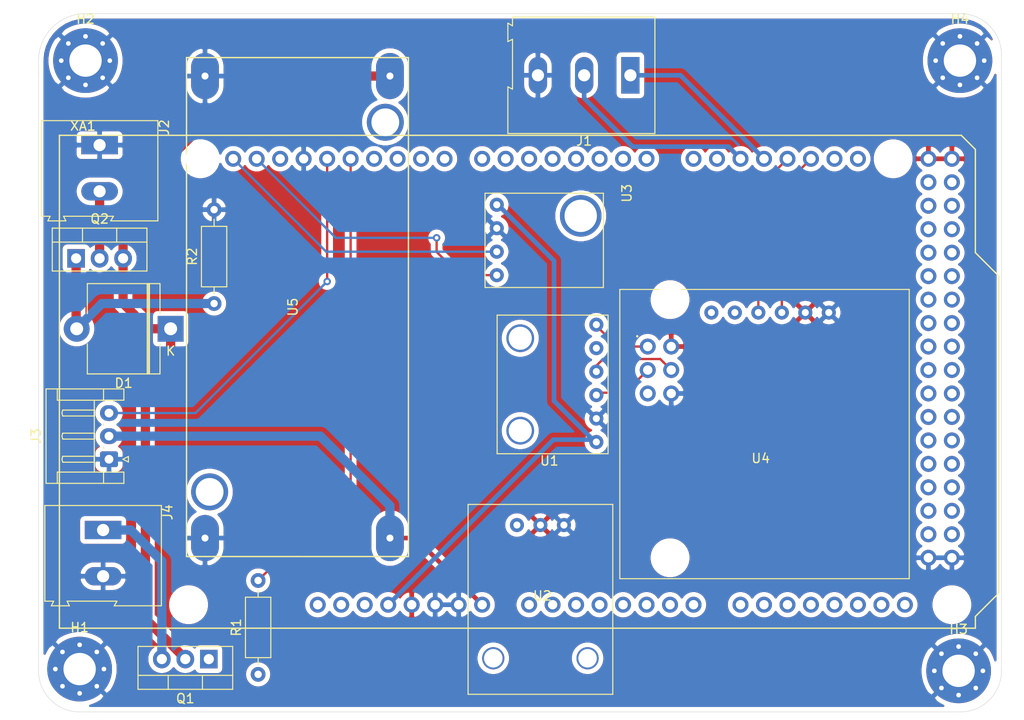
<source format=kicad_pcb>
(kicad_pcb (version 20171130) (host pcbnew 5.1.5+dfsg1-2build2)
  (layers (0 F.Cu signal) (31 B.Cu signal) (34 B.Paste user) (35 F.Paste user) (36 B.SilkS user) (37 F.SilkS user) (38 B.Mask user) (39 F.Mask user) (44 Edge.Cuts user))
  (net 0 "")
  (net 1 "Net-(D1-Pad2)")
  (net 2 +24V)
  (net 3 GND)
  (net 4 Communicaton_Card_RXD)
  (net 5 Communicaton_Card_TXD)
  (net 6 "Net-(J2-Pad2)")
  (net 7 Servo_Control)
  (net 8 +12V)
  (net 9 "Net-(J4-Pad1)")
  (net 10 Gas_Recovery_Data)
  (net 11 BME_MISO)
  (net 12 BME_CS)
  (net 13 BME_MOSI)
  (net 14 BME_SCK)
  (net 15 +3V3)
  (net 16 DS1820B_D)
  (net 17 +5V)
  (net 18 BMP_SDA)
  (net 19 BMP_SCL)
  (net 20 GPS_TXD)
  (net 21 GPS_RXD)
  (net 22 "Net-(U4-Pad2)")
  (net 23 "Net-(U4-Pad1)")
  (net 24 "Net-(XA1-PadD53)")
  (net 25 "Net-(XA1-PadD52)")
  (net 26 "Net-(XA1-PadD51)")
  (net 27 "Net-(XA1-PadD50)")
  (net 28 "Net-(XA1-PadD49)")
  (net 29 "Net-(XA1-PadD48)")
  (net 30 "Net-(XA1-PadD47)")
  (net 31 "Net-(XA1-PadD46)")
  (net 32 "Net-(XA1-PadD45)")
  (net 33 "Net-(XA1-PadD44)")
  (net 34 "Net-(XA1-PadD43)")
  (net 35 "Net-(XA1-PadD42)")
  (net 36 "Net-(XA1-PadD41)")
  (net 37 "Net-(XA1-PadD40)")
  (net 38 "Net-(XA1-PadD39)")
  (net 39 "Net-(XA1-PadD38)")
  (net 40 "Net-(XA1-PadD37)")
  (net 41 "Net-(XA1-PadD36)")
  (net 42 "Net-(XA1-PadD35)")
  (net 43 "Net-(XA1-PadD34)")
  (net 44 "Net-(XA1-PadD33)")
  (net 45 "Net-(XA1-PadD32)")
  (net 46 "Net-(XA1-PadD31)")
  (net 47 "Net-(XA1-PadD30)")
  (net 48 "Net-(XA1-PadD29)")
  (net 49 "Net-(XA1-PadD28)")
  (net 50 "Net-(XA1-PadD27)")
  (net 51 "Net-(XA1-PadD26)")
  (net 52 "Net-(XA1-PadD23)")
  (net 53 "Net-(XA1-PadD22)")
  (net 54 "Net-(XA1-PadA15)")
  (net 55 "Net-(XA1-PadA14)")
  (net 56 "Net-(XA1-PadA13)")
  (net 57 "Net-(XA1-PadA12)")
  (net 58 "Net-(XA1-PadA11)")
  (net 59 "Net-(XA1-PadA10)")
  (net 60 "Net-(XA1-PadA9)")
  (net 61 "Net-(XA1-PadA8)")
  (net 62 "Net-(XA1-PadA7)")
  (net 63 "Net-(XA1-PadA6)")
  (net 64 "Net-(XA1-PadA5)")
  (net 65 "Net-(XA1-PadA4)")
  (net 66 "Net-(XA1-PadA3)")
  (net 67 "Net-(XA1-PadA2)")
  (net 68 "Net-(XA1-PadA1)")
  (net 69 "Net-(XA1-PadD11)")
  (net 70 "Net-(XA1-PadAREF)")
  (net 71 "Net-(XA1-PadD10)")
  (net 72 "Net-(XA1-PadD9)")
  (net 73 "Net-(XA1-PadD8)")
  (net 74 "Net-(XA1-PadD7)")
  (net 75 "Net-(XA1-PadD6)")
  (net 76 "Net-(XA1-PadD5)")
  (net 77 "Net-(XA1-PadD4)")
  (net 78 "Net-(XA1-PadD3)")
  (net 79 "Net-(XA1-PadD2)")
  (net 80 "Net-(XA1-PadD1)")
  (net 81 "Net-(XA1-PadD0)")
  (net 82 "Net-(XA1-PadD14)")
  (net 83 "Net-(XA1-PadD15)")
  (net 84 "Net-(XA1-PadD20)")
  (net 85 "Net-(XA1-PadD21)")
  (net 86 "Net-(XA1-PadIORF)")
  (net 87 "Net-(XA1-PadRST1)")
  (net 88 "Net-(XA1-PadA0)")
  (net 89 "Net-(XA1-PadRST2)")
  (net 90 "Net-(Q1-Pad1)")
  (net 91 "Net-(XA1-PadD25)")
  (net 92 "Net-(XA1-PadD24)")
  (module Neo_M8N:Neo_M8N (layer F.Cu) (at 165.1 81.28)
    (fp_text reference U4 (at 0 0.5) (layer F.SilkS))
    (fp_text value NEO_M8N)
    (fp_line (start -15.24 13.52) (end 16.06 13.52) (layer F.SilkS) (width 0.12))
    (fp_line (start 16.06 -17.78) (end 16.06 13.52) (layer F.SilkS) (width 0.12))
    (fp_line (start -15.24 -17.78) (end 16.06 -17.78) (layer F.SilkS) (width 0.12))
    (fp_line (start -15.24 -17.78) (end -15.24 13.52) (layer F.SilkS) (width 0.12))
    (pad 6 thru_hole circle (at 7.36 -15.28) (size 1.524 1.524) (drill 0.762) (layers *.Cu *.Mask) (net 3 GND))
    (pad 5 thru_hole circle (at 4.82 -15.28) (size 1.524 1.524) (drill 0.762) (layers *.Cu *.Mask) (net 17 +5V))
    (pad 4 thru_hole circle (at 2.28 -15.28) (size 1.524 1.524) (drill 0.762) (layers *.Cu *.Mask) (net 20 GPS_TXD))
    (pad 3 thru_hole circle (at -0.26 -15.28) (size 1.524 1.524) (drill 0.762) (layers *.Cu *.Mask) (net 21 GPS_RXD))
    (pad 2 thru_hole circle (at -2.8 -15.28) (size 1.524 1.524) (drill 0.762) (layers *.Cu *.Mask) (net 22 "Net-(U4-Pad2)"))
    (pad 1 thru_hole circle (at -5.34 -15.28) (size 1.524 1.524) (drill 0.762) (layers *.Cu *.Mask) (net 23 "Net-(U4-Pad1)"))
  )
  (module BMP180:BMP180 (layer F.Cu) (at 148.082 55.626 270)
    (fp_text reference U3 (at -2.54 -2.54 90) (layer F.SilkS))
    (fp_text value BMP180)
    (fp_line (start 7.66 12.8) (end -2.54 12.8) (layer F.SilkS) (width 0.12))
    (fp_line (start 7.66 0) (end 7.66 12.8) (layer F.SilkS) (width 0.12))
    (fp_line (start -2.54 0) (end 7.66 0) (layer F.SilkS) (width 0.12))
    (fp_line (start -2.54 0) (end -2.54 12.8) (layer F.SilkS) (width 0.12))
    (pad "" np_thru_hole circle (at -0.09 2.45 270) (size 4.5 4.5) (drill 3.5) (layers *.Cu *.Mask))
    (pad 4 thru_hole circle (at 6.327 11.53 270) (size 1.524 1.524) (drill 0.762) (layers *.Cu *.Mask) (net 18 BMP_SDA))
    (pad 3 thru_hole circle (at 3.787 11.53 270) (size 1.524 1.524) (drill 0.762) (layers *.Cu *.Mask) (net 19 BMP_SCL))
    (pad 2 thru_hole circle (at 1.247 11.53 270) (size 1.524 1.524) (drill 0.762) (layers *.Cu *.Mask) (net 3 GND))
    (pad 1 thru_hole circle (at -1.293 11.53 270) (size 1.524 1.524) (drill 0.762) (layers *.Cu *.Mask) (net 15 +3V3))
  )
  (module BME280:BME280_3.3 (layer F.Cu) (at 142.24 73.66 180)
    (fp_text reference U1 (at 0 -8.39) (layer F.SilkS))
    (fp_text value BME280)
    (fp_line (start 5.65 7.38) (end 5.65 -7.62) (layer F.SilkS) (width 0.12))
    (fp_line (start -6.35 7.38) (end 5.65 7.38) (layer F.SilkS) (width 0.12))
    (fp_line (start -6.35 -7.62) (end -6.35 7.38) (layer F.SilkS) (width 0.12))
    (fp_line (start 5.65 -7.62) (end -6.35 -7.62) (layer F.SilkS) (width 0.12))
    (pad "" np_thru_hole circle (at 3.15 4.88 180) (size 3 3) (drill 2.5) (layers *.Cu *.Mask))
    (pad "" np_thru_hole circle (at 3.15 -5.12 180) (size 3 3) (drill 2.5) (layers *.Cu *.Mask))
    (pad 6 thru_hole circle (at -5.08 6.35 180) (size 1.524 1.524) (drill 0.762) (layers *.Cu *.Mask) (net 11 BME_MISO))
    (pad 5 thru_hole circle (at -5.08 3.81 180) (size 1.524 1.524) (drill 0.762) (layers *.Cu *.Mask) (net 12 BME_CS))
    (pad 4 thru_hole circle (at -5.08 1.27 180) (size 1.524 1.524) (drill 0.762) (layers *.Cu *.Mask) (net 13 BME_MOSI))
    (pad 3 thru_hole circle (at -5.08 -1.27 180) (size 1.524 1.524) (drill 0.762) (layers *.Cu *.Mask) (net 14 BME_SCK))
    (pad 2 thru_hole circle (at -5.08 -3.81 180) (size 1.524 1.524) (drill 0.762) (layers *.Cu *.Mask) (net 3 GND))
    (pad 1 thru_hole circle (at -5.08 -6.35 180) (size 1.524 1.524) (drill 0.762) (layers *.Cu *.Mask) (net 15 +3V3))
  )
  (module MountingHole:MountingHole_3.5mm_Pad_Via (layer F.Cu) (at 186.641155 38.735)
    (fp_text reference H4 (at 0 -4.5) (layer F.SilkS))
    (fp_text value MountingHole_Pad)
    (pad 1 thru_hole circle (at 1.856155 -1.856155) (size 0.8 0.8) (drill 0.5) (layers *.Cu *.Mask) (net 3 GND))
    (pad 1 thru_hole circle (at 0 -2.625) (size 0.8 0.8) (drill 0.5) (layers *.Cu *.Mask) (net 3 GND))
    (pad 1 thru_hole circle (at -1.856155 -1.856155) (size 0.8 0.8) (drill 0.5) (layers *.Cu *.Mask) (net 3 GND))
    (pad 1 thru_hole circle (at -2.625 0) (size 0.8 0.8) (drill 0.5) (layers *.Cu *.Mask) (net 3 GND))
    (pad 1 thru_hole circle (at -1.856155 1.856155) (size 0.8 0.8) (drill 0.5) (layers *.Cu *.Mask) (net 3 GND))
    (pad 1 thru_hole circle (at 0 2.625) (size 0.8 0.8) (drill 0.5) (layers *.Cu *.Mask) (net 3 GND))
    (pad 1 thru_hole circle (at 1.856155 1.856155) (size 0.8 0.8) (drill 0.5) (layers *.Cu *.Mask) (net 3 GND))
    (pad 1 thru_hole circle (at 2.625 0) (size 0.8 0.8) (drill 0.5) (layers *.Cu *.Mask) (net 3 GND))
    (pad 1 thru_hole circle (at 0 0) (size 7 7) (drill 3.5) (layers *.Cu *.Mask) (net 3 GND))
  )
  (module MountingHole:MountingHole_3.5mm_Pad_Via (layer F.Cu) (at 186.4995 104.775)
    (fp_text reference H3 (at 0 -4.5) (layer F.SilkS))
    (fp_text value MountingHole_Pad)
    (pad 1 thru_hole circle (at 1.856155 -1.856155) (size 0.8 0.8) (drill 0.5) (layers *.Cu *.Mask) (net 3 GND))
    (pad 1 thru_hole circle (at 0 -2.625) (size 0.8 0.8) (drill 0.5) (layers *.Cu *.Mask) (net 3 GND))
    (pad 1 thru_hole circle (at -1.856155 -1.856155) (size 0.8 0.8) (drill 0.5) (layers *.Cu *.Mask) (net 3 GND))
    (pad 1 thru_hole circle (at -2.625 0) (size 0.8 0.8) (drill 0.5) (layers *.Cu *.Mask) (net 3 GND))
    (pad 1 thru_hole circle (at -1.856155 1.856155) (size 0.8 0.8) (drill 0.5) (layers *.Cu *.Mask) (net 3 GND))
    (pad 1 thru_hole circle (at 0 2.625) (size 0.8 0.8) (drill 0.5) (layers *.Cu *.Mask) (net 3 GND))
    (pad 1 thru_hole circle (at 1.856155 1.856155) (size 0.8 0.8) (drill 0.5) (layers *.Cu *.Mask) (net 3 GND))
    (pad 1 thru_hole circle (at 2.625 0) (size 0.8 0.8) (drill 0.5) (layers *.Cu *.Mask) (net 3 GND))
    (pad 1 thru_hole circle (at 0 0) (size 7 7) (drill 3.5) (layers *.Cu *.Mask) (net 3 GND))
  )
  (module MountingHole:MountingHole_3.5mm_Pad_Via (layer F.Cu) (at 92.075 38.735)
    (fp_text reference H2 (at 0 -4.5) (layer F.SilkS))
    (fp_text value MountingHole_Pad)
    (pad 1 thru_hole circle (at 1.856155 -1.856155) (size 0.8 0.8) (drill 0.5) (layers *.Cu *.Mask) (net 3 GND))
    (pad 1 thru_hole circle (at 0 -2.625) (size 0.8 0.8) (drill 0.5) (layers *.Cu *.Mask) (net 3 GND))
    (pad 1 thru_hole circle (at -1.856155 -1.856155) (size 0.8 0.8) (drill 0.5) (layers *.Cu *.Mask) (net 3 GND))
    (pad 1 thru_hole circle (at -2.625 0) (size 0.8 0.8) (drill 0.5) (layers *.Cu *.Mask) (net 3 GND))
    (pad 1 thru_hole circle (at -1.856155 1.856155) (size 0.8 0.8) (drill 0.5) (layers *.Cu *.Mask) (net 3 GND))
    (pad 1 thru_hole circle (at 0 2.625) (size 0.8 0.8) (drill 0.5) (layers *.Cu *.Mask) (net 3 GND))
    (pad 1 thru_hole circle (at 1.856155 1.856155) (size 0.8 0.8) (drill 0.5) (layers *.Cu *.Mask) (net 3 GND))
    (pad 1 thru_hole circle (at 2.625 0) (size 0.8 0.8) (drill 0.5) (layers *.Cu *.Mask) (net 3 GND))
    (pad 1 thru_hole circle (at 0 0) (size 7 7) (drill 3.5) (layers *.Cu *.Mask) (net 3 GND))
  )
  (module MountingHole:MountingHole_3.5mm_Pad_Via (layer F.Cu) (at 91.44 104.5845)
    (fp_text reference H1 (at 0 -4.5) (layer F.SilkS))
    (fp_text value MountingHole_Pad)
    (pad 1 thru_hole circle (at 1.856155 -1.856155) (size 0.8 0.8) (drill 0.5) (layers *.Cu *.Mask) (net 3 GND))
    (pad 1 thru_hole circle (at 0 -2.625) (size 0.8 0.8) (drill 0.5) (layers *.Cu *.Mask) (net 3 GND))
    (pad 1 thru_hole circle (at -1.856155 -1.856155) (size 0.8 0.8) (drill 0.5) (layers *.Cu *.Mask) (net 3 GND))
    (pad 1 thru_hole circle (at -2.625 0) (size 0.8 0.8) (drill 0.5) (layers *.Cu *.Mask) (net 3 GND))
    (pad 1 thru_hole circle (at -1.856155 1.856155) (size 0.8 0.8) (drill 0.5) (layers *.Cu *.Mask) (net 3 GND))
    (pad 1 thru_hole circle (at 0 2.625) (size 0.8 0.8) (drill 0.5) (layers *.Cu *.Mask) (net 3 GND))
    (pad 1 thru_hole circle (at 1.856155 1.856155) (size 0.8 0.8) (drill 0.5) (layers *.Cu *.Mask) (net 3 GND))
    (pad 1 thru_hole circle (at 2.625 0) (size 0.8 0.8) (drill 0.5) (layers *.Cu *.Mask) (net 3 GND))
    (pad 1 thru_hole circle (at 0 0) (size 7 7) (drill 3.5) (layers *.Cu *.Mask) (net 3 GND))
  )
  (module Diode_THT:D_5KP_P10.16mm_Horizontal (layer F.Cu) (at 101.2825 67.7545 180)
    (fp_text reference D1 (at 5.08 -5.885) (layer F.SilkS))
    (fp_text value D_Zener)
    (fp_text user K (at 0 -2.4) (layer F.SilkS))
    (fp_line (start 2.293 -4.885) (end 2.293 4.885) (layer F.SilkS) (width 0.12))
    (fp_line (start 2.533 -4.885) (end 2.533 4.885) (layer F.SilkS) (width 0.12))
    (fp_line (start 2.413 -4.885) (end 2.413 4.885) (layer F.SilkS) (width 0.12))
    (fp_line (start 9.01 4.885) (end 9.01 1.64) (layer F.SilkS) (width 0.12))
    (fp_line (start 1.15 4.885) (end 9.01 4.885) (layer F.SilkS) (width 0.12))
    (fp_line (start 1.15 1.64) (end 1.15 4.885) (layer F.SilkS) (width 0.12))
    (fp_line (start 9.01 -4.885) (end 9.01 -1.64) (layer F.SilkS) (width 0.12))
    (fp_line (start 1.15 -4.885) (end 9.01 -4.885) (layer F.SilkS) (width 0.12))
    (fp_line (start 1.15 -1.64) (end 1.15 -4.885) (layer F.SilkS) (width 0.12))
    (pad 2 thru_hole oval (at 10.16 0 180) (size 2.8 2.8) (drill 1.4) (layers *.Cu *.Mask) (net 1 "Net-(D1-Pad2)"))
    (pad 1 thru_hole rect (at 0 0 180) (size 2.8 2.8) (drill 1.4) (layers *.Cu *.Mask) (net 2 +24V))
  )
  (module Resistor_THT:R_Axial_DIN0207_L6.3mm_D2.5mm_P10.16mm_Horizontal (layer F.Cu) (at 105.9815 65.024 90)
    (fp_text reference R2 (at 5.08 -2.37 90) (layer F.SilkS))
    (fp_text value 100k)
    (fp_line (start 9.12 0) (end 8.35 0) (layer F.SilkS) (width 0.12))
    (fp_line (start 1.04 0) (end 1.81 0) (layer F.SilkS) (width 0.12))
    (fp_line (start 8.35 -1.37) (end 1.81 -1.37) (layer F.SilkS) (width 0.12))
    (fp_line (start 8.35 1.37) (end 8.35 -1.37) (layer F.SilkS) (width 0.12))
    (fp_line (start 1.81 1.37) (end 8.35 1.37) (layer F.SilkS) (width 0.12))
    (fp_line (start 1.81 -1.37) (end 1.81 1.37) (layer F.SilkS) (width 0.12))
    (pad 2 thru_hole oval (at 10.16 0 90) (size 1.6 1.6) (drill 0.8) (layers *.Cu *.Mask) (net 3 GND))
    (pad 1 thru_hole circle (at 0 0 90) (size 1.6 1.6) (drill 0.8) (layers *.Cu *.Mask) (net 1 "Net-(D1-Pad2)"))
  )
  (module Resistor_THT:R_Axial_DIN0207_L6.3mm_D2.5mm_P10.16mm_Horizontal (layer F.Cu) (at 110.744 105.156 90)
    (fp_text reference R1 (at 5.08 -2.37 90) (layer F.SilkS))
    (fp_text value 10k)
    (fp_line (start 9.12 0) (end 8.35 0) (layer F.SilkS) (width 0.12))
    (fp_line (start 1.04 0) (end 1.81 0) (layer F.SilkS) (width 0.12))
    (fp_line (start 8.35 -1.37) (end 1.81 -1.37) (layer F.SilkS) (width 0.12))
    (fp_line (start 8.35 1.37) (end 8.35 -1.37) (layer F.SilkS) (width 0.12))
    (fp_line (start 1.81 1.37) (end 8.35 1.37) (layer F.SilkS) (width 0.12))
    (fp_line (start 1.81 -1.37) (end 1.81 1.37) (layer F.SilkS) (width 0.12))
    (pad 2 thru_hole oval (at 10.16 0 90) (size 1.6 1.6) (drill 0.8) (layers *.Cu *.Mask) (net 10 Gas_Recovery_Data))
    (pad 1 thru_hole circle (at 0 0 90) (size 1.6 1.6) (drill 0.8) (layers *.Cu *.Mask) (net 90 "Net-(Q1-Pad1)"))
  )
  (module Package_TO_SOT_THT:TO-220-3_Vertical (layer F.Cu) (at 105.41 103.505 180)
    (fp_text reference Q1 (at 2.54 -4.27) (layer F.SilkS))
    (fp_text value Rcovery_System_GAS)
    (fp_line (start 4.391 -3.27) (end 4.391 -1.76) (layer F.SilkS) (width 0.12))
    (fp_line (start 0.69 -3.27) (end 0.69 -1.76) (layer F.SilkS) (width 0.12))
    (fp_line (start -2.58 -1.76) (end 7.66 -1.76) (layer F.SilkS) (width 0.12))
    (fp_line (start 7.66 -3.27) (end 7.66 1.371) (layer F.SilkS) (width 0.12))
    (fp_line (start -2.58 -3.27) (end -2.58 1.371) (layer F.SilkS) (width 0.12))
    (fp_line (start -2.58 1.371) (end 7.66 1.371) (layer F.SilkS) (width 0.12))
    (fp_line (start -2.58 -3.27) (end 7.66 -3.27) (layer F.SilkS) (width 0.12))
    (pad 3 thru_hole oval (at 5.08 0 180) (size 1.905 2) (drill 1.1) (layers *.Cu *.Mask) (net 9 "Net-(J4-Pad1)"))
    (pad 2 thru_hole oval (at 2.54 0 180) (size 1.905 2) (drill 1.1) (layers *.Cu *.Mask) (net 2 +24V))
    (pad 1 thru_hole rect (at 0 0 180) (size 1.905 2) (drill 1.1) (layers *.Cu *.Mask) (net 90 "Net-(Q1-Pad1)"))
  )
  (module Arduino:Arduino_Mega2560_Shield (layer F.Cu) (at 89.252 100.159)
    (fp_text reference XA1 (at 2.54 -54.356) (layer F.SilkS))
    (fp_text value Arduino_Mega2560_Shield)
    (fp_line (start 0 -53.34) (end 97.536 -53.34) (layer F.SilkS) (width 0.15))
    (fp_line (start 0 0) (end 99.06 0) (layer F.SilkS) (width 0.15))
    (fp_line (start 97.536 -53.34) (end 99.06 -51.816) (layer F.SilkS) (width 0.15))
    (fp_line (start 99.06 0) (end 99.06 -1.27) (layer F.SilkS) (width 0.15))
    (fp_line (start 99.06 -1.27) (end 101.6 -3.81) (layer F.SilkS) (width 0.15))
    (fp_line (start 101.6 -3.81) (end 101.6 -38.1) (layer F.SilkS) (width 0.15))
    (fp_line (start 101.6 -38.1) (end 99.06 -40.64) (layer F.SilkS) (width 0.15))
    (fp_line (start 99.06 -40.64) (end 99.06 -51.816) (layer F.SilkS) (width 0.15))
    (fp_line (start 0 -53.34) (end 0 0) (layer F.SilkS) (width 0.15))
    (fp_text user . (at 62.484 -32.004) (layer F.SilkS))
    (pad MISO thru_hole oval (at 63.627 -30.48) (size 1.7272 1.7272) (drill 1.016) (layers *.Cu *.Mask) (net 11 BME_MISO))
    (pad GND6 thru_hole oval (at 96.52 -7.62) (size 1.7272 1.7272) (drill 1.016) (layers *.Cu *.Mask) (net 3 GND))
    (pad GND5 thru_hole oval (at 93.98 -7.62) (size 1.7272 1.7272) (drill 1.016) (layers *.Cu *.Mask) (net 3 GND))
    (pad D53 thru_hole oval (at 96.52 -10.16) (size 1.7272 1.7272) (drill 1.016) (layers *.Cu *.Mask) (net 24 "Net-(XA1-PadD53)"))
    (pad D52 thru_hole oval (at 93.98 -10.16) (size 1.7272 1.7272) (drill 1.016) (layers *.Cu *.Mask) (net 25 "Net-(XA1-PadD52)"))
    (pad D51 thru_hole oval (at 96.52 -12.7) (size 1.7272 1.7272) (drill 1.016) (layers *.Cu *.Mask) (net 26 "Net-(XA1-PadD51)"))
    (pad D50 thru_hole oval (at 93.98 -12.7) (size 1.7272 1.7272) (drill 1.016) (layers *.Cu *.Mask) (net 27 "Net-(XA1-PadD50)"))
    (pad D49 thru_hole oval (at 96.52 -15.24) (size 1.7272 1.7272) (drill 1.016) (layers *.Cu *.Mask) (net 28 "Net-(XA1-PadD49)"))
    (pad D48 thru_hole oval (at 93.98 -15.24) (size 1.7272 1.7272) (drill 1.016) (layers *.Cu *.Mask) (net 29 "Net-(XA1-PadD48)"))
    (pad D47 thru_hole oval (at 96.52 -17.78) (size 1.7272 1.7272) (drill 1.016) (layers *.Cu *.Mask) (net 30 "Net-(XA1-PadD47)"))
    (pad D46 thru_hole oval (at 93.98 -17.78) (size 1.7272 1.7272) (drill 1.016) (layers *.Cu *.Mask) (net 31 "Net-(XA1-PadD46)"))
    (pad D45 thru_hole oval (at 96.52 -20.32) (size 1.7272 1.7272) (drill 1.016) (layers *.Cu *.Mask) (net 32 "Net-(XA1-PadD45)"))
    (pad D44 thru_hole oval (at 93.98 -20.32) (size 1.7272 1.7272) (drill 1.016) (layers *.Cu *.Mask) (net 33 "Net-(XA1-PadD44)"))
    (pad D43 thru_hole oval (at 96.52 -22.86) (size 1.7272 1.7272) (drill 1.016) (layers *.Cu *.Mask) (net 34 "Net-(XA1-PadD43)"))
    (pad D42 thru_hole oval (at 93.98 -22.86) (size 1.7272 1.7272) (drill 1.016) (layers *.Cu *.Mask) (net 35 "Net-(XA1-PadD42)"))
    (pad D41 thru_hole oval (at 96.52 -25.4) (size 1.7272 1.7272) (drill 1.016) (layers *.Cu *.Mask) (net 36 "Net-(XA1-PadD41)"))
    (pad D40 thru_hole oval (at 93.98 -25.4) (size 1.7272 1.7272) (drill 1.016) (layers *.Cu *.Mask) (net 37 "Net-(XA1-PadD40)"))
    (pad D39 thru_hole oval (at 96.52 -27.94) (size 1.7272 1.7272) (drill 1.016) (layers *.Cu *.Mask) (net 38 "Net-(XA1-PadD39)"))
    (pad D38 thru_hole oval (at 93.98 -27.94) (size 1.7272 1.7272) (drill 1.016) (layers *.Cu *.Mask) (net 39 "Net-(XA1-PadD38)"))
    (pad D37 thru_hole oval (at 96.52 -30.48) (size 1.7272 1.7272) (drill 1.016) (layers *.Cu *.Mask) (net 40 "Net-(XA1-PadD37)"))
    (pad D36 thru_hole oval (at 93.98 -30.48) (size 1.7272 1.7272) (drill 1.016) (layers *.Cu *.Mask) (net 41 "Net-(XA1-PadD36)"))
    (pad D35 thru_hole oval (at 96.52 -33.02) (size 1.7272 1.7272) (drill 1.016) (layers *.Cu *.Mask) (net 42 "Net-(XA1-PadD35)"))
    (pad D34 thru_hole oval (at 93.98 -33.02) (size 1.7272 1.7272) (drill 1.016) (layers *.Cu *.Mask) (net 43 "Net-(XA1-PadD34)"))
    (pad D33 thru_hole oval (at 96.52 -35.56) (size 1.7272 1.7272) (drill 1.016) (layers *.Cu *.Mask) (net 44 "Net-(XA1-PadD33)"))
    (pad D32 thru_hole oval (at 93.98 -35.56) (size 1.7272 1.7272) (drill 1.016) (layers *.Cu *.Mask) (net 45 "Net-(XA1-PadD32)"))
    (pad D31 thru_hole oval (at 96.52 -38.1) (size 1.7272 1.7272) (drill 1.016) (layers *.Cu *.Mask) (net 46 "Net-(XA1-PadD31)"))
    (pad D30 thru_hole oval (at 93.98 -38.1) (size 1.7272 1.7272) (drill 1.016) (layers *.Cu *.Mask) (net 47 "Net-(XA1-PadD30)"))
    (pad D29 thru_hole oval (at 96.52 -40.64) (size 1.7272 1.7272) (drill 1.016) (layers *.Cu *.Mask) (net 48 "Net-(XA1-PadD29)"))
    (pad D28 thru_hole oval (at 93.98 -40.64) (size 1.7272 1.7272) (drill 1.016) (layers *.Cu *.Mask) (net 49 "Net-(XA1-PadD28)"))
    (pad D27 thru_hole oval (at 96.52 -43.18) (size 1.7272 1.7272) (drill 1.016) (layers *.Cu *.Mask) (net 50 "Net-(XA1-PadD27)"))
    (pad D26 thru_hole oval (at 93.98 -43.18) (size 1.7272 1.7272) (drill 1.016) (layers *.Cu *.Mask) (net 51 "Net-(XA1-PadD26)"))
    (pad D25 thru_hole oval (at 96.52 -45.72) (size 1.7272 1.7272) (drill 1.016) (layers *.Cu *.Mask) (net 91 "Net-(XA1-PadD25)"))
    (pad D24 thru_hole oval (at 93.98 -45.72) (size 1.7272 1.7272) (drill 1.016) (layers *.Cu *.Mask) (net 92 "Net-(XA1-PadD24)"))
    (pad D23 thru_hole oval (at 96.52 -48.26) (size 1.7272 1.7272) (drill 1.016) (layers *.Cu *.Mask) (net 52 "Net-(XA1-PadD23)"))
    (pad D22 thru_hole oval (at 93.98 -48.26) (size 1.7272 1.7272) (drill 1.016) (layers *.Cu *.Mask) (net 53 "Net-(XA1-PadD22)"))
    (pad 5V4 thru_hole oval (at 96.52 -50.8) (size 1.7272 1.7272) (drill 1.016) (layers *.Cu *.Mask) (net 17 +5V))
    (pad 5V3 thru_hole oval (at 93.98 -50.8) (size 1.7272 1.7272) (drill 1.016) (layers *.Cu *.Mask) (net 17 +5V))
    (pad A15 thru_hole oval (at 91.44 -2.54) (size 1.7272 1.7272) (drill 1.016) (layers *.Cu *.Mask) (net 54 "Net-(XA1-PadA15)"))
    (pad A14 thru_hole oval (at 88.9 -2.54) (size 1.7272 1.7272) (drill 1.016) (layers *.Cu *.Mask) (net 55 "Net-(XA1-PadA14)"))
    (pad A13 thru_hole oval (at 86.36 -2.54) (size 1.7272 1.7272) (drill 1.016) (layers *.Cu *.Mask) (net 56 "Net-(XA1-PadA13)"))
    (pad A12 thru_hole oval (at 83.82 -2.54) (size 1.7272 1.7272) (drill 1.016) (layers *.Cu *.Mask) (net 57 "Net-(XA1-PadA12)"))
    (pad A11 thru_hole oval (at 81.28 -2.54) (size 1.7272 1.7272) (drill 1.016) (layers *.Cu *.Mask) (net 58 "Net-(XA1-PadA11)"))
    (pad A10 thru_hole oval (at 78.74 -2.54) (size 1.7272 1.7272) (drill 1.016) (layers *.Cu *.Mask) (net 59 "Net-(XA1-PadA10)"))
    (pad A9 thru_hole oval (at 76.2 -2.54) (size 1.7272 1.7272) (drill 1.016) (layers *.Cu *.Mask) (net 60 "Net-(XA1-PadA9)"))
    (pad A8 thru_hole oval (at 73.66 -2.54) (size 1.7272 1.7272) (drill 1.016) (layers *.Cu *.Mask) (net 61 "Net-(XA1-PadA8)"))
    (pad A7 thru_hole oval (at 68.58 -2.54) (size 1.7272 1.7272) (drill 1.016) (layers *.Cu *.Mask) (net 62 "Net-(XA1-PadA7)"))
    (pad A6 thru_hole oval (at 66.04 -2.54) (size 1.7272 1.7272) (drill 1.016) (layers *.Cu *.Mask) (net 63 "Net-(XA1-PadA6)"))
    (pad A5 thru_hole oval (at 63.5 -2.54) (size 1.7272 1.7272) (drill 1.016) (layers *.Cu *.Mask) (net 64 "Net-(XA1-PadA5)"))
    (pad A4 thru_hole oval (at 60.96 -2.54) (size 1.7272 1.7272) (drill 1.016) (layers *.Cu *.Mask) (net 65 "Net-(XA1-PadA4)"))
    (pad A3 thru_hole oval (at 58.42 -2.54) (size 1.7272 1.7272) (drill 1.016) (layers *.Cu *.Mask) (net 66 "Net-(XA1-PadA3)"))
    (pad A2 thru_hole oval (at 55.88 -2.54) (size 1.7272 1.7272) (drill 1.016) (layers *.Cu *.Mask) (net 67 "Net-(XA1-PadA2)"))
    (pad A1 thru_hole oval (at 53.34 -2.54) (size 1.7272 1.7272) (drill 1.016) (layers *.Cu *.Mask) (net 68 "Net-(XA1-PadA1)"))
    (pad "" thru_hole oval (at 27.94 -2.54) (size 1.7272 1.7272) (drill 1.016) (layers *.Cu *.Mask))
    (pad D11 thru_hole oval (at 34.036 -50.8) (size 1.7272 1.7272) (drill 1.016) (layers *.Cu *.Mask) (net 69 "Net-(XA1-PadD11)"))
    (pad D12 thru_hole oval (at 31.496 -50.8) (size 1.7272 1.7272) (drill 1.016) (layers *.Cu *.Mask) (net 10 Gas_Recovery_Data))
    (pad D13 thru_hole oval (at 28.956 -50.8) (size 1.7272 1.7272) (drill 1.016) (layers *.Cu *.Mask) (net 7 Servo_Control))
    (pad AREF thru_hole oval (at 23.876 -50.8) (size 1.7272 1.7272) (drill 1.016) (layers *.Cu *.Mask) (net 70 "Net-(XA1-PadAREF)"))
    (pad SDA thru_hole oval (at 21.336 -50.8) (size 1.7272 1.7272) (drill 1.016) (layers *.Cu *.Mask) (net 18 BMP_SDA))
    (pad SCL thru_hole oval (at 18.796 -50.8) (size 1.7272 1.7272) (drill 1.016) (layers *.Cu *.Mask) (net 19 BMP_SCL))
    (pad "" np_thru_hole circle (at 13.97 -2.54) (size 3.2 3.2) (drill 3.2) (layers *.Cu *.Mask))
    (pad "" np_thru_hole circle (at 96.52 -2.54) (size 3.2 3.2) (drill 3.2) (layers *.Cu *.Mask))
    (pad "" np_thru_hole circle (at 15.24 -50.8) (size 3.2 3.2) (drill 3.2) (layers *.Cu *.Mask))
    (pad "" np_thru_hole circle (at 90.17 -50.8) (size 3.2 3.2) (drill 3.2) (layers *.Cu *.Mask))
    (pad "" np_thru_hole circle (at 66.04 -35.56) (size 3.2 3.2) (drill 3.2) (layers *.Cu *.Mask))
    (pad "" np_thru_hole circle (at 66.04 -7.62) (size 3.2 3.2) (drill 3.2) (layers *.Cu *.Mask))
    (pad D10 thru_hole oval (at 36.576 -50.8) (size 1.7272 1.7272) (drill 1.016) (layers *.Cu *.Mask) (net 71 "Net-(XA1-PadD10)"))
    (pad D9 thru_hole oval (at 39.116 -50.8) (size 1.7272 1.7272) (drill 1.016) (layers *.Cu *.Mask) (net 72 "Net-(XA1-PadD9)"))
    (pad D8 thru_hole oval (at 41.656 -50.8) (size 1.7272 1.7272) (drill 1.016) (layers *.Cu *.Mask) (net 73 "Net-(XA1-PadD8)"))
    (pad GND1 thru_hole oval (at 26.416 -50.8) (size 1.7272 1.7272) (drill 1.016) (layers *.Cu *.Mask) (net 3 GND))
    (pad D7 thru_hole oval (at 45.72 -50.8) (size 1.7272 1.7272) (drill 1.016) (layers *.Cu *.Mask) (net 74 "Net-(XA1-PadD7)"))
    (pad D6 thru_hole oval (at 48.26 -50.8) (size 1.7272 1.7272) (drill 1.016) (layers *.Cu *.Mask) (net 75 "Net-(XA1-PadD6)"))
    (pad D5 thru_hole oval (at 50.8 -50.8) (size 1.7272 1.7272) (drill 1.016) (layers *.Cu *.Mask) (net 76 "Net-(XA1-PadD5)"))
    (pad D4 thru_hole oval (at 53.34 -50.8) (size 1.7272 1.7272) (drill 1.016) (layers *.Cu *.Mask) (net 77 "Net-(XA1-PadD4)"))
    (pad D3 thru_hole oval (at 55.88 -50.8) (size 1.7272 1.7272) (drill 1.016) (layers *.Cu *.Mask) (net 78 "Net-(XA1-PadD3)"))
    (pad D2 thru_hole oval (at 58.42 -50.8) (size 1.7272 1.7272) (drill 1.016) (layers *.Cu *.Mask) (net 79 "Net-(XA1-PadD2)"))
    (pad D1 thru_hole oval (at 60.96 -50.8) (size 1.7272 1.7272) (drill 1.016) (layers *.Cu *.Mask) (net 80 "Net-(XA1-PadD1)"))
    (pad D0 thru_hole oval (at 63.5 -50.8) (size 1.7272 1.7272) (drill 1.016) (layers *.Cu *.Mask) (net 81 "Net-(XA1-PadD0)"))
    (pad D14 thru_hole oval (at 68.58 -50.8) (size 1.7272 1.7272) (drill 1.016) (layers *.Cu *.Mask) (net 82 "Net-(XA1-PadD14)"))
    (pad D15 thru_hole oval (at 71.12 -50.8) (size 1.7272 1.7272) (drill 1.016) (layers *.Cu *.Mask) (net 83 "Net-(XA1-PadD15)"))
    (pad D16 thru_hole oval (at 73.66 -50.8) (size 1.7272 1.7272) (drill 1.016) (layers *.Cu *.Mask) (net 4 Communicaton_Card_RXD))
    (pad D17 thru_hole oval (at 76.2 -50.8) (size 1.7272 1.7272) (drill 1.016) (layers *.Cu *.Mask) (net 5 Communicaton_Card_TXD))
    (pad D18 thru_hole oval (at 78.74 -50.8) (size 1.7272 1.7272) (drill 1.016) (layers *.Cu *.Mask) (net 21 GPS_RXD))
    (pad D19 thru_hole oval (at 81.28 -50.8) (size 1.7272 1.7272) (drill 1.016) (layers *.Cu *.Mask) (net 20 GPS_TXD))
    (pad D20 thru_hole oval (at 83.82 -50.8) (size 1.7272 1.7272) (drill 1.016) (layers *.Cu *.Mask) (net 84 "Net-(XA1-PadD20)"))
    (pad D21 thru_hole oval (at 86.36 -50.8) (size 1.7272 1.7272) (drill 1.016) (layers *.Cu *.Mask) (net 85 "Net-(XA1-PadD21)"))
    (pad IORF thru_hole oval (at 30.48 -2.54) (size 1.7272 1.7272) (drill 1.016) (layers *.Cu *.Mask) (net 86 "Net-(XA1-PadIORF)"))
    (pad RST1 thru_hole oval (at 33.02 -2.54) (size 1.7272 1.7272) (drill 1.016) (layers *.Cu *.Mask) (net 87 "Net-(XA1-PadRST1)"))
    (pad 3V3 thru_hole oval (at 35.56 -2.54) (size 1.7272 1.7272) (drill 1.016) (layers *.Cu *.Mask) (net 15 +3V3))
    (pad 5V1 thru_hole oval (at 38.1 -2.54) (size 1.7272 1.7272) (drill 1.016) (layers *.Cu *.Mask) (net 17 +5V))
    (pad GND2 thru_hole oval (at 40.64 -2.54) (size 1.7272 1.7272) (drill 1.016) (layers *.Cu *.Mask) (net 3 GND))
    (pad GND3 thru_hole oval (at 43.18 -2.54) (size 1.7272 1.7272) (drill 1.016) (layers *.Cu *.Mask) (net 3 GND))
    (pad VIN thru_hole oval (at 45.72 -2.54) (size 1.7272 1.7272) (drill 1.016) (layers *.Cu *.Mask) (net 8 +12V))
    (pad A0 thru_hole oval (at 50.8 -2.54) (size 1.7272 1.7272) (drill 1.016) (layers *.Cu *.Mask) (net 88 "Net-(XA1-PadA0)"))
    (pad 5V2 thru_hole oval (at 66.167 -30.48) (size 1.7272 1.7272) (drill 1.016) (layers *.Cu *.Mask) (net 17 +5V))
    (pad SCK thru_hole oval (at 63.627 -27.94) (size 1.7272 1.7272) (drill 1.016) (layers *.Cu *.Mask) (net 14 BME_SCK))
    (pad MOSI thru_hole oval (at 66.167 -27.94) (size 1.7272 1.7272) (drill 1.016) (layers *.Cu *.Mask) (net 13 BME_MOSI))
    (pad GND4 thru_hole oval (at 66.167 -25.4) (size 1.7272 1.7272) (drill 1.016) (layers *.Cu *.Mask) (net 3 GND))
    (pad RST2 thru_hole oval (at 63.627 -25.4) (size 1.7272 1.7272) (drill 1.016) (layers *.Cu *.Mask) (net 89 "Net-(XA1-PadRST2)"))
  )
  (module XL4015_converter:XL4015_Converter (layer F.Cu) (at 114.9985 65.405 270)
    (fp_text reference U5 (at 0 0.5 90) (layer F.SilkS))
    (fp_text value XL4015)
    (fp_line (start 27 12) (end 27 0) (layer F.SilkS) (width 0.15))
    (fp_line (start -27 12) (end 27 12) (layer F.SilkS) (width 0.15))
    (fp_line (start -27 -12) (end -27 12) (layer F.SilkS) (width 0.15))
    (fp_line (start 27 -12) (end -27 -12) (layer F.SilkS) (width 0.15))
    (fp_line (start 27 0) (end 27 -12) (layer F.SilkS) (width 0.15))
    (pad "" np_thru_hole circle (at 20 9.5 270) (size 4 4) (drill 3) (layers *.Cu *.Mask))
    (pad "" np_thru_hole circle (at -20 -9.5 270) (size 4 4) (drill 3) (layers *.Cu *.Mask))
    (pad 3 thru_hole oval (at 25 -10 270) (size 5 3) (drill 0.762) (layers *.Cu *.Mask) (net 8 +12V))
    (pad 4 thru_hole oval (at 25 10 270) (size 5 3) (drill 0.762) (layers *.Cu *.Mask) (net 3 GND))
    (pad 2 thru_hole oval (at -25 10 270) (size 5 3) (drill 0.762) (layers *.Cu *.Mask) (net 3 GND))
    (pad 1 thru_hole oval (at -25 -10 270) (size 5 3) (drill 0.762) (layers *.Cu *.Mask) (net 2 +24V))
  )
  (module DS18B20:DS18B20 (layer F.Cu) (at 141.478 97.155 180)
    (fp_text reference U2 (at 0 0.5) (layer F.SilkS))
    (fp_text value DS18B20)
    (fp_line (start 8.03 10.39) (end -7.62 10.39) (layer F.SilkS) (width 0.12))
    (fp_line (start 8.03 -10.16) (end 8.03 10.39) (layer F.SilkS) (width 0.12))
    (fp_line (start -7.62 -10.16) (end 8.03 -10.16) (layer F.SilkS) (width 0.12))
    (fp_line (start -7.62 -10.16) (end -7.62 10.39) (layer F.SilkS) (width 0.12))
    (pad 3 thru_hole circle (at 2.745 8.16 180) (size 1.524 1.524) (drill 0.762) (layers *.Cu *.Mask) (net 16 DS1820B_D))
    (pad 2 thru_hole circle (at 0.205 8.16 180) (size 1.524 1.524) (drill 0.762) (layers *.Cu *.Mask) (net 17 +5V))
    (pad 1 thru_hole circle (at -2.335 8.16 180) (size 1.524 1.524) (drill 0.762) (layers *.Cu *.Mask) (net 3 GND))
    (pad "" np_thru_hole circle (at 5.305 -6.26 180) (size 2.4 2.4) (drill 2) (layers *.Cu *.Mask))
    (pad "" np_thru_hole circle (at -4.895 -6.26 180) (size 2.4 2.4) (drill 2) (layers *.Cu *.Mask))
  )
  (module Package_TO_SOT_THT:TO-220-3_Vertical (layer F.Cu) (at 91.059 60.1345)
    (fp_text reference Q2 (at 2.54 -4.27) (layer F.SilkS))
    (fp_text value IRF4905)
    (fp_line (start 4.391 -3.27) (end 4.391 -1.76) (layer F.SilkS) (width 0.12))
    (fp_line (start 0.69 -3.27) (end 0.69 -1.76) (layer F.SilkS) (width 0.12))
    (fp_line (start -2.58 -1.76) (end 7.66 -1.76) (layer F.SilkS) (width 0.12))
    (fp_line (start 7.66 -3.27) (end 7.66 1.371) (layer F.SilkS) (width 0.12))
    (fp_line (start -2.58 -3.27) (end -2.58 1.371) (layer F.SilkS) (width 0.12))
    (fp_line (start -2.58 1.371) (end 7.66 1.371) (layer F.SilkS) (width 0.12))
    (fp_line (start -2.58 -3.27) (end 7.66 -3.27) (layer F.SilkS) (width 0.12))
    (pad 3 thru_hole oval (at 5.08 0) (size 1.905 2) (drill 1.1) (layers *.Cu *.Mask) (net 2 +24V))
    (pad 2 thru_hole oval (at 2.54 0) (size 1.905 2) (drill 1.1) (layers *.Cu *.Mask) (net 6 "Net-(J2-Pad2)"))
    (pad 1 thru_hole rect (at 0 0) (size 1.905 2) (drill 1.1) (layers *.Cu *.Mask) (net 1 "Net-(D1-Pad2)"))
  )
  (module TerminalBlock:TerminalBlock_Altech_AK300-2_P5.00mm (layer F.Cu) (at 93.98 89.535 270)
    (fp_text reference J4 (at -1.92 -6.99 90) (layer F.SilkS))
    (fp_text value Recovery_System_Conn)
    (fp_line (start 8.2 -6.3) (end -2.65 -6.3) (layer F.SilkS) (width 0.12))
    (fp_line (start 8.2 -1.2) (end 8.2 -6.3) (layer F.SilkS) (width 0.12))
    (fp_line (start 7.7 -1.5) (end 8.2 -1.2) (layer F.SilkS) (width 0.12))
    (fp_line (start 7.7 3.9) (end 7.7 -1.5) (layer F.SilkS) (width 0.12))
    (fp_line (start 8.2 3.65) (end 7.7 3.9) (layer F.SilkS) (width 0.12))
    (fp_line (start 8.2 3.7) (end 8.2 3.65) (layer F.SilkS) (width 0.12))
    (fp_line (start 8.2 5.6) (end 8.2 3.7) (layer F.SilkS) (width 0.12))
    (fp_line (start 7.7 5.35) (end 8.2 5.6) (layer F.SilkS) (width 0.12))
    (fp_line (start 7.7 6.3) (end 7.7 5.35) (layer F.SilkS) (width 0.12))
    (fp_line (start -2.65 6.3) (end 7.7 6.3) (layer F.SilkS) (width 0.12))
    (fp_line (start -2.65 -6.3) (end -2.65 6.3) (layer F.SilkS) (width 0.12))
    (pad 2 thru_hole oval (at 5 0 270) (size 1.98 3.96) (drill 1.32) (layers *.Cu *.Mask) (net 3 GND))
    (pad 1 thru_hole rect (at 0 0 270) (size 1.98 3.96) (drill 1.32) (layers *.Cu *.Mask) (net 9 "Net-(J4-Pad1)"))
  )
  (module Connector_JST:JST_EH_S3B-EH_1x03_P2.50mm_Horizontal (layer F.Cu) (at 94.615 81.875 90)
    (fp_text reference J3 (at 2.5 -7.9 90) (layer F.SilkS))
    (fp_text value Recovery_System_Servo)
    (fp_line (start 0.3 2.1) (end 0 1.5) (layer F.SilkS) (width 0.12))
    (fp_line (start -0.3 2.1) (end 0.3 2.1) (layer F.SilkS) (width 0.12))
    (fp_line (start 0 1.5) (end -0.3 2.1) (layer F.SilkS) (width 0.12))
    (fp_line (start 5.32 -1.59) (end 5 -1.59) (layer F.SilkS) (width 0.12))
    (fp_line (start 5.32 -5.01) (end 5.32 -1.59) (layer F.SilkS) (width 0.12))
    (fp_line (start 5 -5.09) (end 5.32 -5.01) (layer F.SilkS) (width 0.12))
    (fp_line (start 4.68 -5.01) (end 5 -5.09) (layer F.SilkS) (width 0.12))
    (fp_line (start 4.68 -1.59) (end 4.68 -5.01) (layer F.SilkS) (width 0.12))
    (fp_line (start 5 -1.59) (end 4.68 -1.59) (layer F.SilkS) (width 0.12))
    (fp_line (start 3.67 -0.59) (end 3.83 -0.59) (layer F.SilkS) (width 0.12))
    (fp_line (start 2.82 -1.59) (end 2.5 -1.59) (layer F.SilkS) (width 0.12))
    (fp_line (start 2.82 -5.01) (end 2.82 -1.59) (layer F.SilkS) (width 0.12))
    (fp_line (start 2.5 -5.09) (end 2.82 -5.01) (layer F.SilkS) (width 0.12))
    (fp_line (start 2.18 -5.01) (end 2.5 -5.09) (layer F.SilkS) (width 0.12))
    (fp_line (start 2.18 -1.59) (end 2.18 -5.01) (layer F.SilkS) (width 0.12))
    (fp_line (start 2.5 -1.59) (end 2.18 -1.59) (layer F.SilkS) (width 0.12))
    (fp_line (start 1.17 -0.59) (end 1.33 -0.59) (layer F.SilkS) (width 0.12))
    (fp_line (start 0.32 -1.59) (end 0 -1.59) (layer F.SilkS) (width 0.12))
    (fp_line (start 0.32 -5.01) (end 0.32 -1.59) (layer F.SilkS) (width 0.12))
    (fp_line (start 0 -5.09) (end 0.32 -5.01) (layer F.SilkS) (width 0.12))
    (fp_line (start -0.32 -5.01) (end 0 -5.09) (layer F.SilkS) (width 0.12))
    (fp_line (start -0.32 -1.59) (end -0.32 -5.01) (layer F.SilkS) (width 0.12))
    (fp_line (start 0 -1.59) (end -0.32 -1.59) (layer F.SilkS) (width 0.12))
    (fp_line (start -1.39 -1.59) (end 6.39 -1.59) (layer F.SilkS) (width 0.12))
    (fp_line (start 6.39 -0.59) (end 7.61 -0.59) (layer F.SilkS) (width 0.12))
    (fp_line (start 6.39 -5.59) (end 6.39 -0.59) (layer F.SilkS) (width 0.12))
    (fp_line (start 7.61 -5.59) (end 6.39 -5.59) (layer F.SilkS) (width 0.12))
    (fp_line (start -1.39 -0.59) (end -2.61 -0.59) (layer F.SilkS) (width 0.12))
    (fp_line (start -1.39 -5.59) (end -1.39 -0.59) (layer F.SilkS) (width 0.12))
    (fp_line (start -2.61 -5.59) (end -1.39 -5.59) (layer F.SilkS) (width 0.12))
    (fp_line (start 6.39 1.61) (end 6.39 -0.59) (layer F.SilkS) (width 0.12))
    (fp_line (start 7.61 1.61) (end 6.39 1.61) (layer F.SilkS) (width 0.12))
    (fp_line (start 7.61 -6.81) (end 7.61 1.61) (layer F.SilkS) (width 0.12))
    (fp_line (start -2.61 -6.81) (end 7.61 -6.81) (layer F.SilkS) (width 0.12))
    (fp_line (start -2.61 1.61) (end -2.61 -6.81) (layer F.SilkS) (width 0.12))
    (fp_line (start -1.39 1.61) (end -2.61 1.61) (layer F.SilkS) (width 0.12))
    (fp_line (start -1.39 -0.59) (end -1.39 1.61) (layer F.SilkS) (width 0.12))
    (pad 3 thru_hole oval (at 5 0 90) (size 1.7 1.95) (drill 0.95) (layers *.Cu *.Mask) (net 7 Servo_Control))
    (pad 2 thru_hole oval (at 2.5 0 90) (size 1.7 1.95) (drill 0.95) (layers *.Cu *.Mask) (net 8 +12V))
    (pad 1 thru_hole roundrect (at 0 0 90) (size 1.7 1.95) (drill 0.95) (layers *.Cu *.Mask) (roundrect_rratio 0.147059) (net 3 GND))
  )
  (module TerminalBlock:TerminalBlock_Altech_AK300-2_P5.00mm (layer F.Cu) (at 93.599 47.879 270)
    (fp_text reference J2 (at -1.92 -6.99 90) (layer F.SilkS))
    (fp_text value POWER_CONN)
    (fp_line (start 8.2 -6.3) (end -2.65 -6.3) (layer F.SilkS) (width 0.12))
    (fp_line (start 8.2 -1.2) (end 8.2 -6.3) (layer F.SilkS) (width 0.12))
    (fp_line (start 7.7 -1.5) (end 8.2 -1.2) (layer F.SilkS) (width 0.12))
    (fp_line (start 7.7 3.9) (end 7.7 -1.5) (layer F.SilkS) (width 0.12))
    (fp_line (start 8.2 3.65) (end 7.7 3.9) (layer F.SilkS) (width 0.12))
    (fp_line (start 8.2 3.7) (end 8.2 3.65) (layer F.SilkS) (width 0.12))
    (fp_line (start 8.2 5.6) (end 8.2 3.7) (layer F.SilkS) (width 0.12))
    (fp_line (start 7.7 5.35) (end 8.2 5.6) (layer F.SilkS) (width 0.12))
    (fp_line (start 7.7 6.3) (end 7.7 5.35) (layer F.SilkS) (width 0.12))
    (fp_line (start -2.65 6.3) (end 7.7 6.3) (layer F.SilkS) (width 0.12))
    (fp_line (start -2.65 -6.3) (end -2.65 6.3) (layer F.SilkS) (width 0.12))
    (pad 2 thru_hole oval (at 5 0 270) (size 1.98 3.96) (drill 1.32) (layers *.Cu *.Mask) (net 6 "Net-(J2-Pad2)"))
    (pad 1 thru_hole rect (at 0 0 270) (size 1.98 3.96) (drill 1.32) (layers *.Cu *.Mask) (net 3 GND))
  )
  (module TerminalBlock:TerminalBlock_Altech_AK300-3_P5.00mm (layer F.Cu) (at 151.003 40.3225 180)
    (fp_text reference J1 (at 5 -7.1) (layer F.SilkS))
    (fp_text value Screw_Terminal_01x03)
    (fp_line (start 13.25 -6.3) (end -2.65 -6.3) (layer F.SilkS) (width 0.12))
    (fp_line (start 13.25 -1.25) (end 13.25 -6.3) (layer F.SilkS) (width 0.12))
    (fp_line (start 12.75 -1.5) (end 13.25 -1.25) (layer F.SilkS) (width 0.12))
    (fp_line (start 12.75 3.9) (end 12.75 -1.5) (layer F.SilkS) (width 0.12))
    (fp_line (start 13.25 3.65) (end 12.75 3.9) (layer F.SilkS) (width 0.12))
    (fp_line (start 13.25 5.65) (end 13.25 3.65) (layer F.SilkS) (width 0.12))
    (fp_line (start 12.75 5.35) (end 13.25 5.65) (layer F.SilkS) (width 0.12))
    (fp_line (start 12.75 6.3) (end 12.75 5.35) (layer F.SilkS) (width 0.12))
    (fp_line (start -2.65 6.3) (end 12.75 6.3) (layer F.SilkS) (width 0.12))
    (fp_line (start -2.65 -6.3) (end -2.65 6.3) (layer F.SilkS) (width 0.12))
    (pad 3 thru_hole oval (at 10 0 180) (size 1.98 3.96) (drill 1.32) (layers *.Cu *.Mask) (net 3 GND))
    (pad 2 thru_hole oval (at 5 0 180) (size 1.98 3.96) (drill 1.32) (layers *.Cu *.Mask) (net 4 Communicaton_Card_RXD))
    (pad 1 thru_hole rect (at 0 0 180) (size 1.98 3.96) (drill 1.32) (layers *.Cu *.Mask) (net 5 Communicaton_Card_TXD))
  )
  (gr_line (start 86.995 40.005) (end 86.995 38.735) (layer Edge.Cuts) (width 0.05))
  (gr_arc (start 92.075 38.735) (end 92.075 33.655) (angle -90) (layer Edge.Cuts) (width 0.05))
  (gr_line (start 92.075 33.655) (end 146.685 33.655) (layer Edge.Cuts) (width 0.05))
  (gr_line (start 86.995 104.775) (end 86.995 40.005) (layer Edge.Cuts) (width 0.05))
  (gr_line (start 91.44 109.22) (end 93.345 109.22) (layer Edge.Cuts) (width 0.05))
  (gr_arc (start 91.44 104.775) (end 86.995 104.775) (angle -90) (layer Edge.Cuts) (width 0.05))
  (gr_line (start 186.69 109.22) (end 93.345 109.22) (layer Edge.Cuts) (width 0.05))
  (gr_arc (start 186.69 38.1) (end 191.135 38.1) (angle -90) (layer Edge.Cuts) (width 0.05))
  (gr_line (start 191.135 41.275) (end 191.135 38.1) (layer Edge.Cuts) (width 0.05))
  (gr_line (start 146.685 33.655) (end 186.69 33.655) (layer Edge.Cuts) (width 0.05))
  (gr_line (start 191.135 104.775) (end 191.135 41.275) (layer Edge.Cuts) (width 0.05))
  (gr_arc (start 186.69 104.775) (end 186.69 109.22) (angle -90) (layer Edge.Cuts) (width 0.05))
  (segment (start 91.059 67.691) (end 91.1225 67.7545) (width 1) (layer F.Cu) (net 1))
  (segment (start 91.059 60.1345) (end 91.059 67.691) (width 1) (layer F.Cu) (net 1))
  (segment (start 93.853 65.024) (end 105.9815 65.024) (width 1) (layer B.Cu) (net 1))
  (segment (start 91.1225 67.7545) (end 93.853 65.024) (width 1) (layer B.Cu) (net 1))
  (segment (start 122.4985 40.405) (end 124.9985 40.405) (width 1) (layer F.Cu) (net 2))
  (segment (start 110.041998 40.405) (end 122.4985 40.405) (width 1) (layer F.Cu) (net 2))
  (segment (start 96.139 54.307998) (end 110.041998 40.405) (width 1) (layer F.Cu) (net 2))
  (segment (start 96.139 60.1345) (end 96.139 54.307998) (width 1) (layer F.Cu) (net 2))
  (segment (start 96.139 60.1345) (end 96.139 65.011) (width 1) (layer F.Cu) (net 2))
  (segment (start 96.139 65.011) (end 98.8825 67.7545) (width 1) (layer F.Cu) (net 2))
  (segment (start 98.8825 67.7545) (end 101.2825 67.7545) (width 1) (layer F.Cu) (net 2))
  (segment (start 101.2825 70.1545) (end 101.2825 67.7545) (width 1) (layer F.Cu) (net 2))
  (segment (start 98.552 72.885) (end 101.2825 70.1545) (width 1) (layer F.Cu) (net 2))
  (segment (start 98.552 99.1395) (end 98.552 72.885) (width 1) (layer F.Cu) (net 2))
  (segment (start 102.87 103.4575) (end 98.552 99.1395) (width 1) (layer F.Cu) (net 2))
  (segment (start 102.87 103.505) (end 102.87 103.4575) (width 1) (layer F.Cu) (net 2))
  (segment (start 162.048401 48.495401) (end 162.912 49.359) (width 0.5) (layer B.Cu) (net 4))
  (segment (start 161.598399 48.045399) (end 162.048401 48.495401) (width 0.5) (layer B.Cu) (net 4))
  (segment (start 151.245899 48.045399) (end 161.598399 48.045399) (width 0.5) (layer B.Cu) (net 4))
  (segment (start 146.003 42.8025) (end 151.245899 48.045399) (width 0.5) (layer B.Cu) (net 4))
  (segment (start 146.003 40.3225) (end 146.003 42.8025) (width 0.5) (layer B.Cu) (net 4))
  (segment (start 156.4155 40.3225) (end 165.452 49.359) (width 0.5) (layer B.Cu) (net 5))
  (segment (start 151.003 40.3225) (end 156.4155 40.3225) (width 0.5) (layer B.Cu) (net 5))
  (segment (start 93.599 52.879) (end 93.599 60.1345) (width 1) (layer F.Cu) (net 6))
  (segment (start 103.973 76.875) (end 117.856 62.992) (width 0.25) (layer B.Cu) (net 7))
  (segment (start 94.615 76.875) (end 103.973 76.875) (width 0.25) (layer B.Cu) (net 7))
  (segment (start 118.208 49.359) (end 118.208 62.64) (width 0.25) (layer F.Cu) (net 7))
  (via (at 118.208 62.64) (size 0.8) (drill 0.4) (layers F.Cu B.Cu) (net 7))
  (segment (start 117.856 62.992) (end 118.208 62.64) (width 0.25) (layer B.Cu) (net 7))
  (segment (start 124.9985 86.905) (end 124.9985 90.405) (width 1) (layer B.Cu) (net 8))
  (segment (start 117.4685 79.375) (end 124.9985 86.905) (width 1) (layer B.Cu) (net 8))
  (segment (start 94.615 79.375) (end 117.4685 79.375) (width 1) (layer B.Cu) (net 8))
  (segment (start 127.758 90.405) (end 134.972 97.619) (width 0.5) (layer F.Cu) (net 8))
  (segment (start 124.9985 90.405) (end 127.758 90.405) (width 0.5) (layer F.Cu) (net 8))
  (segment (start 100.33 101.505) (end 100.33 103.505) (width 1) (layer B.Cu) (net 9))
  (segment (start 100.33 92.905) (end 100.33 101.505) (width 1) (layer B.Cu) (net 9))
  (segment (start 96.96 89.535) (end 100.33 92.905) (width 1) (layer B.Cu) (net 9))
  (segment (start 93.98 89.535) (end 96.96 89.535) (width 1) (layer B.Cu) (net 9))
  (segment (start 120.748 84.992) (end 120.748 49.359) (width 0.25) (layer F.Cu) (net 10))
  (segment (start 110.744 94.996) (end 120.748 84.992) (width 0.25) (layer F.Cu) (net 10))
  (segment (start 149.562 69.679) (end 152.879 69.679) (width 0.25) (layer F.Cu) (net 11))
  (segment (start 146.939 67.056) (end 149.562 69.679) (width 0.25) (layer F.Cu) (net 11))
  (segment (start 154.555401 71.355401) (end 155.419 72.219) (width 0.25) (layer F.Cu) (net 13))
  (segment (start 154.230399 71.030399) (end 154.555401 71.355401) (width 0.25) (layer F.Cu) (net 13))
  (segment (start 148.044601 71.030399) (end 154.230399 71.030399) (width 0.25) (layer F.Cu) (net 13))
  (segment (start 146.939 72.136) (end 148.044601 71.030399) (width 0.25) (layer F.Cu) (net 13))
  (segment (start 150.422 74.676) (end 152.879 72.219) (width 0.25) (layer F.Cu) (net 14))
  (segment (start 146.939 74.676) (end 150.422 74.676) (width 0.25) (layer F.Cu) (net 14))
  (segment (start 142.675 79.756) (end 146.939 79.756) (width 0.5) (layer B.Cu) (net 15))
  (segment (start 124.812 97.619) (end 142.675 79.756) (width 0.5) (layer B.Cu) (net 15))
  (segment (start 136.679 54.333) (end 142.748 60.402) (width 0.5) (layer B.Cu) (net 15))
  (segment (start 142.748 75.565) (end 146.939 79.756) (width 0.5) (layer B.Cu) (net 15))
  (segment (start 142.748 60.402) (end 142.748 75.565) (width 0.5) (layer B.Cu) (net 15))
  (segment (start 110.588 49.628) (end 110.588 49.359) (width 0.25) (layer B.Cu) (net 18))
  (via (at 130.048 57.912) (size 0.8) (drill 0.4) (layers F.Cu B.Cu) (net 18))
  (segment (start 119.141 57.912) (end 130.048 57.912) (width 0.25) (layer B.Cu) (net 18))
  (segment (start 110.588 49.359) (end 119.141 57.912) (width 0.25) (layer B.Cu) (net 18))
  (segment (start 130.048 57.912) (end 130.048 59.436) (width 0.25) (layer F.Cu) (net 18))
  (segment (start 132.565 61.953) (end 136.679 61.953) (width 0.25) (layer F.Cu) (net 18))
  (segment (start 130.048 59.436) (end 132.565 61.953) (width 0.25) (layer F.Cu) (net 18))
  (segment (start 118.102 59.413) (end 108.048 49.359) (width 0.25) (layer B.Cu) (net 19))
  (segment (start 136.679 59.413) (end 118.102 59.413) (width 0.25) (layer B.Cu) (net 19))
  (segment (start 167.38 52.511) (end 170.532 49.359) (width 0.25) (layer F.Cu) (net 20))
  (segment (start 167.38 66.254) (end 167.38 52.511) (width 0.25) (layer F.Cu) (net 20))
  (segment (start 164.84 52.511) (end 167.992 49.359) (width 0.25) (layer F.Cu) (net 21))
  (segment (start 164.84 66.254) (end 164.84 52.511) (width 0.25) (layer F.Cu) (net 21))
  (zone (net 17) (net_name +5V) (layer F.Cu) (connect_pads (clearance 0.508)) (min_thickness 0.254) (fill yes (arc_segments 32) (thermal_gap 0.508) (thermal_bridge_width 0.508))
    (polygon (pts (xy 191.135 109.22) (xy 86.995 109.22) (xy 86.995 33.655) (xy 191.135 33.655)))
  )
  (zone (net 3) (net_name GND) (layer B.Cu) (connect_pads (clearance 0.508)) (min_thickness 0.254) (fill yes (arc_segments 32) (thermal_gap 0.508) (thermal_bridge_width 0.508))
    (polygon (pts (xy 191.135 109.22) (xy 86.995 109.22) (xy 86.995 33.655) (xy 191.135 33.655)))
  )
)
</source>
